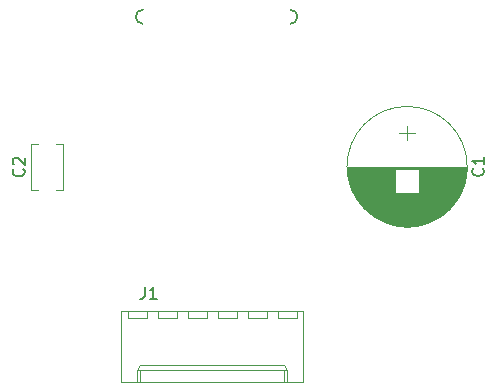
<source format=gbr>
G04 #@! TF.FileFunction,Legend,Top*
%FSLAX46Y46*%
G04 Gerber Fmt 4.6, Leading zero omitted, Abs format (unit mm)*
G04 Created by KiCad (PCBNEW 4.0.6) date 07/19/17 18:28:19*
%MOMM*%
%LPD*%
G01*
G04 APERTURE LIST*
%ADD10C,0.100000*%
%ADD11C,0.120000*%
%ADD12C,0.150000*%
G04 APERTURE END LIST*
D10*
D11*
X171420000Y-104120000D02*
X161320000Y-104120000D01*
X171420000Y-104160000D02*
X161320000Y-104160000D01*
X171420000Y-104200000D02*
X161320000Y-104200000D01*
X171419000Y-104240000D02*
X161321000Y-104240000D01*
X171418000Y-104280000D02*
X161322000Y-104280000D01*
X171417000Y-104320000D02*
X161323000Y-104320000D01*
X171415000Y-104360000D02*
X161325000Y-104360000D01*
X171413000Y-104400000D02*
X167350000Y-104400000D01*
X165390000Y-104400000D02*
X161327000Y-104400000D01*
X171410000Y-104440000D02*
X167350000Y-104440000D01*
X165390000Y-104440000D02*
X161330000Y-104440000D01*
X171408000Y-104480000D02*
X167350000Y-104480000D01*
X165390000Y-104480000D02*
X161332000Y-104480000D01*
X171405000Y-104520000D02*
X167350000Y-104520000D01*
X165390000Y-104520000D02*
X161335000Y-104520000D01*
X171401000Y-104560000D02*
X167350000Y-104560000D01*
X165390000Y-104560000D02*
X161339000Y-104560000D01*
X171398000Y-104600000D02*
X167350000Y-104600000D01*
X165390000Y-104600000D02*
X161342000Y-104600000D01*
X171394000Y-104640000D02*
X167350000Y-104640000D01*
X165390000Y-104640000D02*
X161346000Y-104640000D01*
X171390000Y-104680000D02*
X167350000Y-104680000D01*
X165390000Y-104680000D02*
X161350000Y-104680000D01*
X171385000Y-104720000D02*
X167350000Y-104720000D01*
X165390000Y-104720000D02*
X161355000Y-104720000D01*
X171380000Y-104760000D02*
X167350000Y-104760000D01*
X165390000Y-104760000D02*
X161360000Y-104760000D01*
X171375000Y-104800000D02*
X167350000Y-104800000D01*
X165390000Y-104800000D02*
X161365000Y-104800000D01*
X171369000Y-104841000D02*
X167350000Y-104841000D01*
X165390000Y-104841000D02*
X161371000Y-104841000D01*
X171363000Y-104881000D02*
X167350000Y-104881000D01*
X165390000Y-104881000D02*
X161377000Y-104881000D01*
X171357000Y-104921000D02*
X167350000Y-104921000D01*
X165390000Y-104921000D02*
X161383000Y-104921000D01*
X171351000Y-104961000D02*
X167350000Y-104961000D01*
X165390000Y-104961000D02*
X161389000Y-104961000D01*
X171344000Y-105001000D02*
X167350000Y-105001000D01*
X165390000Y-105001000D02*
X161396000Y-105001000D01*
X171337000Y-105041000D02*
X167350000Y-105041000D01*
X165390000Y-105041000D02*
X161403000Y-105041000D01*
X171329000Y-105081000D02*
X167350000Y-105081000D01*
X165390000Y-105081000D02*
X161411000Y-105081000D01*
X171321000Y-105121000D02*
X167350000Y-105121000D01*
X165390000Y-105121000D02*
X161419000Y-105121000D01*
X171313000Y-105161000D02*
X167350000Y-105161000D01*
X165390000Y-105161000D02*
X161427000Y-105161000D01*
X171305000Y-105201000D02*
X167350000Y-105201000D01*
X165390000Y-105201000D02*
X161435000Y-105201000D01*
X171296000Y-105241000D02*
X167350000Y-105241000D01*
X165390000Y-105241000D02*
X161444000Y-105241000D01*
X171287000Y-105281000D02*
X167350000Y-105281000D01*
X165390000Y-105281000D02*
X161453000Y-105281000D01*
X171277000Y-105321000D02*
X167350000Y-105321000D01*
X165390000Y-105321000D02*
X161463000Y-105321000D01*
X171267000Y-105361000D02*
X167350000Y-105361000D01*
X165390000Y-105361000D02*
X161473000Y-105361000D01*
X171257000Y-105401000D02*
X167350000Y-105401000D01*
X165390000Y-105401000D02*
X161483000Y-105401000D01*
X171246000Y-105441000D02*
X167350000Y-105441000D01*
X165390000Y-105441000D02*
X161494000Y-105441000D01*
X171235000Y-105481000D02*
X167350000Y-105481000D01*
X165390000Y-105481000D02*
X161505000Y-105481000D01*
X171224000Y-105521000D02*
X167350000Y-105521000D01*
X165390000Y-105521000D02*
X161516000Y-105521000D01*
X171213000Y-105561000D02*
X167350000Y-105561000D01*
X165390000Y-105561000D02*
X161527000Y-105561000D01*
X171201000Y-105601000D02*
X167350000Y-105601000D01*
X165390000Y-105601000D02*
X161539000Y-105601000D01*
X171188000Y-105641000D02*
X167350000Y-105641000D01*
X165390000Y-105641000D02*
X161552000Y-105641000D01*
X171176000Y-105681000D02*
X167350000Y-105681000D01*
X165390000Y-105681000D02*
X161564000Y-105681000D01*
X171162000Y-105721000D02*
X167350000Y-105721000D01*
X165390000Y-105721000D02*
X161578000Y-105721000D01*
X171149000Y-105761000D02*
X167350000Y-105761000D01*
X165390000Y-105761000D02*
X161591000Y-105761000D01*
X171135000Y-105801000D02*
X167350000Y-105801000D01*
X165390000Y-105801000D02*
X161605000Y-105801000D01*
X171121000Y-105841000D02*
X167350000Y-105841000D01*
X165390000Y-105841000D02*
X161619000Y-105841000D01*
X171107000Y-105881000D02*
X167350000Y-105881000D01*
X165390000Y-105881000D02*
X161633000Y-105881000D01*
X171092000Y-105921000D02*
X167350000Y-105921000D01*
X165390000Y-105921000D02*
X161648000Y-105921000D01*
X171076000Y-105961000D02*
X167350000Y-105961000D01*
X165390000Y-105961000D02*
X161664000Y-105961000D01*
X171061000Y-106001000D02*
X167350000Y-106001000D01*
X165390000Y-106001000D02*
X161679000Y-106001000D01*
X171044000Y-106041000D02*
X167350000Y-106041000D01*
X165390000Y-106041000D02*
X161696000Y-106041000D01*
X171028000Y-106081000D02*
X167350000Y-106081000D01*
X165390000Y-106081000D02*
X161712000Y-106081000D01*
X171011000Y-106121000D02*
X167350000Y-106121000D01*
X165390000Y-106121000D02*
X161729000Y-106121000D01*
X170994000Y-106161000D02*
X167350000Y-106161000D01*
X165390000Y-106161000D02*
X161746000Y-106161000D01*
X170976000Y-106201000D02*
X167350000Y-106201000D01*
X165390000Y-106201000D02*
X161764000Y-106201000D01*
X170958000Y-106241000D02*
X167350000Y-106241000D01*
X165390000Y-106241000D02*
X161782000Y-106241000D01*
X170939000Y-106281000D02*
X167350000Y-106281000D01*
X165390000Y-106281000D02*
X161801000Y-106281000D01*
X170920000Y-106321000D02*
X167350000Y-106321000D01*
X165390000Y-106321000D02*
X161820000Y-106321000D01*
X170901000Y-106361000D02*
X161839000Y-106361000D01*
X170881000Y-106401000D02*
X161859000Y-106401000D01*
X170861000Y-106441000D02*
X161879000Y-106441000D01*
X170840000Y-106481000D02*
X161900000Y-106481000D01*
X170819000Y-106521000D02*
X161921000Y-106521000D01*
X170798000Y-106561000D02*
X161942000Y-106561000D01*
X170775000Y-106601000D02*
X161965000Y-106601000D01*
X170753000Y-106641000D02*
X161987000Y-106641000D01*
X170730000Y-106681000D02*
X162010000Y-106681000D01*
X170706000Y-106721000D02*
X162034000Y-106721000D01*
X170682000Y-106761000D02*
X162058000Y-106761000D01*
X170658000Y-106801000D02*
X162082000Y-106801000D01*
X170633000Y-106841000D02*
X162107000Y-106841000D01*
X170607000Y-106881000D02*
X162133000Y-106881000D01*
X170581000Y-106921000D02*
X162159000Y-106921000D01*
X170555000Y-106961000D02*
X162185000Y-106961000D01*
X170527000Y-107001000D02*
X162213000Y-107001000D01*
X170500000Y-107041000D02*
X162240000Y-107041000D01*
X170471000Y-107081000D02*
X162269000Y-107081000D01*
X170442000Y-107121000D02*
X162298000Y-107121000D01*
X170413000Y-107161000D02*
X162327000Y-107161000D01*
X170383000Y-107201000D02*
X162357000Y-107201000D01*
X170352000Y-107241000D02*
X162388000Y-107241000D01*
X170321000Y-107281000D02*
X162419000Y-107281000D01*
X170289000Y-107321000D02*
X162451000Y-107321000D01*
X170256000Y-107361000D02*
X162484000Y-107361000D01*
X170223000Y-107401000D02*
X162517000Y-107401000D01*
X170189000Y-107441000D02*
X162551000Y-107441000D01*
X170154000Y-107481000D02*
X162586000Y-107481000D01*
X170118000Y-107521000D02*
X162622000Y-107521000D01*
X170082000Y-107561000D02*
X162658000Y-107561000D01*
X170045000Y-107601000D02*
X162695000Y-107601000D01*
X170007000Y-107641000D02*
X162733000Y-107641000D01*
X169968000Y-107681000D02*
X162772000Y-107681000D01*
X169929000Y-107721000D02*
X162811000Y-107721000D01*
X169888000Y-107761000D02*
X162852000Y-107761000D01*
X169847000Y-107801000D02*
X162893000Y-107801000D01*
X169805000Y-107841000D02*
X162935000Y-107841000D01*
X169761000Y-107881000D02*
X162979000Y-107881000D01*
X169717000Y-107921000D02*
X163023000Y-107921000D01*
X169672000Y-107961000D02*
X163068000Y-107961000D01*
X169625000Y-108001000D02*
X163115000Y-108001000D01*
X169577000Y-108041000D02*
X163163000Y-108041000D01*
X169528000Y-108081000D02*
X163212000Y-108081000D01*
X169478000Y-108121000D02*
X163262000Y-108121000D01*
X169427000Y-108161000D02*
X163313000Y-108161000D01*
X169374000Y-108201000D02*
X163366000Y-108201000D01*
X169319000Y-108241000D02*
X163421000Y-108241000D01*
X169264000Y-108281000D02*
X163476000Y-108281000D01*
X169206000Y-108321000D02*
X163534000Y-108321000D01*
X169147000Y-108361000D02*
X163593000Y-108361000D01*
X169085000Y-108401000D02*
X163655000Y-108401000D01*
X169022000Y-108441000D02*
X163718000Y-108441000D01*
X168957000Y-108481000D02*
X163783000Y-108481000D01*
X168889000Y-108521000D02*
X163851000Y-108521000D01*
X168819000Y-108561000D02*
X163921000Y-108561000D01*
X168747000Y-108601000D02*
X163993000Y-108601000D01*
X168671000Y-108641000D02*
X164069000Y-108641000D01*
X168592000Y-108681000D02*
X164148000Y-108681000D01*
X168510000Y-108721000D02*
X164230000Y-108721000D01*
X168423000Y-108761000D02*
X164317000Y-108761000D01*
X168332000Y-108801000D02*
X164408000Y-108801000D01*
X168236000Y-108841000D02*
X164504000Y-108841000D01*
X168133000Y-108881000D02*
X164607000Y-108881000D01*
X168024000Y-108921000D02*
X164716000Y-108921000D01*
X167906000Y-108961000D02*
X164834000Y-108961000D01*
X167777000Y-109001000D02*
X164963000Y-109001000D01*
X167635000Y-109041000D02*
X165105000Y-109041000D01*
X167474000Y-109081000D02*
X165266000Y-109081000D01*
X167283000Y-109121000D02*
X165457000Y-109121000D01*
X167042000Y-109161000D02*
X165698000Y-109161000D01*
X166649000Y-109201000D02*
X166091000Y-109201000D01*
X166370000Y-100670000D02*
X166370000Y-101870000D01*
X167020000Y-101270000D02*
X165720000Y-101270000D01*
X171460000Y-104120000D02*
G75*
G03X171460000Y-104120000I-5090000J0D01*
G01*
X134530000Y-106120000D02*
X134530000Y-102200000D01*
X137250000Y-106120000D02*
X137250000Y-102200000D01*
X134530000Y-106120000D02*
X135140000Y-106120000D01*
X136640000Y-106120000D02*
X137250000Y-106120000D01*
X134530000Y-102200000D02*
X135140000Y-102200000D01*
X136640000Y-102200000D02*
X137250000Y-102200000D01*
X142140000Y-116360000D02*
X142140000Y-122360000D01*
X142140000Y-122360000D02*
X157580000Y-122360000D01*
X157580000Y-122360000D02*
X157580000Y-116360000D01*
X157580000Y-116360000D02*
X142140000Y-116360000D01*
X143510000Y-122360000D02*
X143510000Y-121360000D01*
X143510000Y-121360000D02*
X156210000Y-121360000D01*
X156210000Y-121360000D02*
X156210000Y-122360000D01*
X143510000Y-121360000D02*
X143760000Y-120930000D01*
X143760000Y-120930000D02*
X155960000Y-120930000D01*
X155960000Y-120930000D02*
X156210000Y-121360000D01*
X143760000Y-122360000D02*
X143760000Y-121360000D01*
X155960000Y-122360000D02*
X155960000Y-121360000D01*
X142710000Y-116360000D02*
X142710000Y-116980000D01*
X142710000Y-116980000D02*
X144310000Y-116980000D01*
X144310000Y-116980000D02*
X144310000Y-116360000D01*
X145250000Y-116360000D02*
X145250000Y-116980000D01*
X145250000Y-116980000D02*
X146850000Y-116980000D01*
X146850000Y-116980000D02*
X146850000Y-116360000D01*
X147790000Y-116360000D02*
X147790000Y-116980000D01*
X147790000Y-116980000D02*
X149390000Y-116980000D01*
X149390000Y-116980000D02*
X149390000Y-116360000D01*
X150330000Y-116360000D02*
X150330000Y-116980000D01*
X150330000Y-116980000D02*
X151930000Y-116980000D01*
X151930000Y-116980000D02*
X151930000Y-116360000D01*
X152870000Y-116360000D02*
X152870000Y-116980000D01*
X152870000Y-116980000D02*
X154470000Y-116980000D01*
X154470000Y-116980000D02*
X154470000Y-116360000D01*
X155410000Y-116360000D02*
X155410000Y-116980000D01*
X155410000Y-116980000D02*
X157010000Y-116980000D01*
X157010000Y-116980000D02*
X157010000Y-116360000D01*
D12*
X156491000Y-92040000D02*
G75*
G03X157091000Y-91440000I0J600000D01*
G01*
X156491000Y-90840000D02*
G75*
G02X157091000Y-91440000I0J-600000D01*
G01*
X143991000Y-90840000D02*
G75*
G03X143391000Y-91440000I0J-600000D01*
G01*
X143991000Y-92040000D02*
G75*
G02X143391000Y-91440000I0J600000D01*
G01*
X172787143Y-104286666D02*
X172834762Y-104334285D01*
X172882381Y-104477142D01*
X172882381Y-104572380D01*
X172834762Y-104715238D01*
X172739524Y-104810476D01*
X172644286Y-104858095D01*
X172453810Y-104905714D01*
X172310952Y-104905714D01*
X172120476Y-104858095D01*
X172025238Y-104810476D01*
X171930000Y-104715238D01*
X171882381Y-104572380D01*
X171882381Y-104477142D01*
X171930000Y-104334285D01*
X171977619Y-104286666D01*
X172882381Y-103334285D02*
X172882381Y-103905714D01*
X172882381Y-103620000D02*
X171882381Y-103620000D01*
X172025238Y-103715238D01*
X172120476Y-103810476D01*
X172168095Y-103905714D01*
X133887143Y-104326666D02*
X133934762Y-104374285D01*
X133982381Y-104517142D01*
X133982381Y-104612380D01*
X133934762Y-104755238D01*
X133839524Y-104850476D01*
X133744286Y-104898095D01*
X133553810Y-104945714D01*
X133410952Y-104945714D01*
X133220476Y-104898095D01*
X133125238Y-104850476D01*
X133030000Y-104755238D01*
X132982381Y-104612380D01*
X132982381Y-104517142D01*
X133030000Y-104374285D01*
X133077619Y-104326666D01*
X133077619Y-103945714D02*
X133030000Y-103898095D01*
X132982381Y-103802857D01*
X132982381Y-103564761D01*
X133030000Y-103469523D01*
X133077619Y-103421904D01*
X133172857Y-103374285D01*
X133268095Y-103374285D01*
X133410952Y-103421904D01*
X133982381Y-103993333D01*
X133982381Y-103374285D01*
X144176667Y-114332381D02*
X144176667Y-115046667D01*
X144129047Y-115189524D01*
X144033809Y-115284762D01*
X143890952Y-115332381D01*
X143795714Y-115332381D01*
X145176667Y-115332381D02*
X144605238Y-115332381D01*
X144890952Y-115332381D02*
X144890952Y-114332381D01*
X144795714Y-114475238D01*
X144700476Y-114570476D01*
X144605238Y-114618095D01*
M02*

</source>
